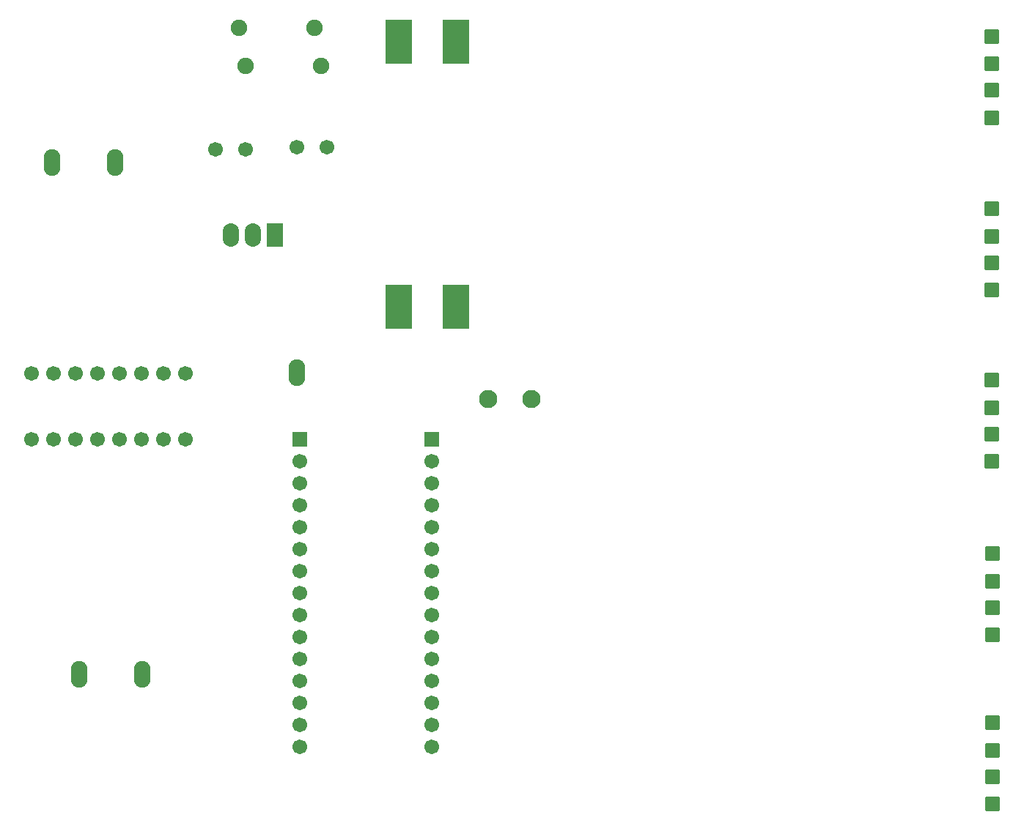
<source format=gbs>
G04 Layer: BottomSolderMaskLayer*
G04 EasyEDA v6.5.42, 2024-03-09 14:26:13*
G04 86abbcd208f74741804ea8bf9407674b,eef5abb128bb431e85b49fc667c07292,10*
G04 Gerber Generator version 0.2*
G04 Scale: 100 percent, Rotated: No, Reflected: No *
G04 Dimensions in millimeters *
G04 leading zeros omitted , absolute positions ,4 integer and 5 decimal *
%FSLAX45Y45*%
%MOMM*%

%AMMACRO1*1,1,$1,$2,$3*1,1,$1,$4,$5*1,1,$1,0-$2,0-$3*1,1,$1,0-$4,0-$5*20,1,$1,$2,$3,$4,$5,0*20,1,$1,$4,$5,0-$2,0-$3,0*20,1,$1,0-$2,0-$3,0-$4,0-$5,0*20,1,$1,0-$4,0-$5,$2,$3,0*4,1,4,$2,$3,$4,$5,0-$2,0-$3,0-$4,0-$5,$2,$3,0*%
%ADD10O,1.9015964X3.101594*%
%ADD11C,1.7016*%
%ADD12C,1.9016*%
%ADD13MACRO1,0.1016X0.762X0.762X0.762X-0.762*%
%ADD14C,2.1016*%
%ADD15R,1.7016X1.7016*%
%ADD16O,1.9015964X2.7015948*%
%ADD17MACRO1,0.1016X0.9X-1.3X-0.9X-1.3*%
%ADD18MACRO1,0.1016X1.5X2.5X1.5X-2.5*%
%ADD19C,1.6256*%

%LPD*%
D10*
G01*
X1431797Y-2044700D03*
G01*
X701801Y-2044700D03*
G01*
X1019301Y-7962900D03*
G01*
X1749297Y-7962900D03*
D11*
G01*
X3533393Y-1866900D03*
G01*
X3883405Y-1866900D03*
G01*
X2593593Y-1892300D03*
G01*
X2943605Y-1892300D03*
D12*
G01*
X2943199Y-927100D03*
G01*
X3813200Y-927100D03*
G01*
X2866999Y-482600D03*
G01*
X3737000Y-482600D03*
D13*
G01*
X11557002Y-584200D03*
G01*
X11557002Y-901700D03*
G01*
X11557002Y-1206497D03*
G01*
X11557002Y-1523997D03*
G01*
X11557002Y-2578100D03*
G01*
X11557002Y-2895600D03*
G01*
X11557002Y-3200397D03*
G01*
X11557002Y-3517897D03*
G01*
X11557002Y-4559300D03*
G01*
X11557002Y-4876800D03*
G01*
X11557002Y-5181597D03*
G01*
X11557002Y-5499097D03*
G01*
X11569702Y-6565900D03*
G01*
X11569702Y-6883400D03*
G01*
X11569702Y-7188197D03*
G01*
X11569702Y-7505697D03*
G01*
X11569702Y-8521700D03*
G01*
X11569702Y-8839200D03*
G01*
X11569702Y-9143997D03*
G01*
X11569702Y-9461497D03*
D14*
G01*
X5743955Y-4775200D03*
G01*
X6244843Y-4775200D03*
D15*
G01*
X3568700Y-5245100D03*
D11*
G01*
X5092700Y-5499100D03*
G01*
X5092700Y-6007100D03*
G01*
X5092700Y-6515100D03*
G01*
X5092700Y-7023100D03*
G01*
X5092700Y-7531100D03*
G01*
X5092700Y-8039100D03*
G01*
X5092700Y-8547100D03*
G01*
X3568700Y-8801100D03*
G01*
X3568700Y-8293100D03*
G01*
X3568700Y-7785100D03*
G01*
X3568700Y-7277100D03*
G01*
X3568700Y-6769100D03*
G01*
X3568700Y-6261100D03*
G01*
X3568700Y-5753100D03*
G01*
X3568700Y-5499100D03*
G01*
X3568700Y-6007100D03*
G01*
X3568700Y-6515100D03*
G01*
X3568700Y-7023100D03*
G01*
X3568700Y-7531100D03*
G01*
X3568700Y-8039100D03*
G01*
X3568700Y-8547100D03*
G01*
X5092700Y-8801100D03*
G01*
X5092700Y-8293100D03*
G01*
X5092700Y-7785100D03*
G01*
X5092700Y-7277100D03*
G01*
X5092700Y-6769100D03*
G01*
X5092700Y-6261100D03*
G01*
X5092700Y-5753100D03*
D15*
G01*
X5092700Y-5245100D03*
D11*
G01*
X2247900Y-4483100D03*
G01*
X1993900Y-4483100D03*
G01*
X1739900Y-4483100D03*
G01*
X1485900Y-4483100D03*
G01*
X1231900Y-4483100D03*
G01*
X977900Y-4483100D03*
G01*
X723900Y-4483100D03*
G01*
X469900Y-4483100D03*
G01*
X469900Y-5245100D03*
G01*
X723900Y-5245100D03*
G01*
X977900Y-5245100D03*
G01*
X1231900Y-5245100D03*
G01*
X1485900Y-5245100D03*
G01*
X1739900Y-5245100D03*
G01*
X1993900Y-5245100D03*
G01*
X2247900Y-5245100D03*
D16*
G01*
X3022625Y-2883407D03*
G01*
X2768600Y-2882417D03*
D17*
G01*
X3276612Y-2883395D03*
D18*
G01*
X5372100Y-647699D03*
G01*
X4711700Y-647699D03*
G01*
X5372100Y-3708399D03*
G01*
X4711700Y-3708399D03*
D10*
G01*
X3530625Y-4470450D03*
D19*
G01*
X11569700Y-7188200D03*
M02*

</source>
